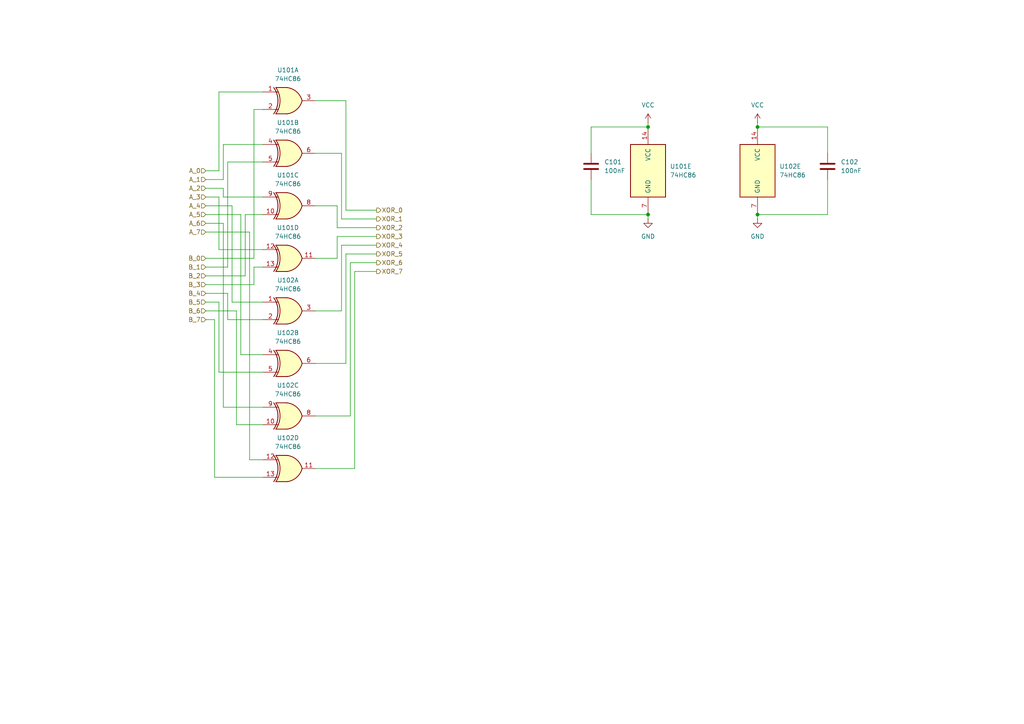
<source format=kicad_sch>
(kicad_sch (version 20250114) (generator "eeschema") (generator_version "9.0")
  (paper "A4")
  (lib_symbols
    (symbol "74xx:74HC86" (pin_names (offset 1.016))
      (property "Reference" "U" (at 0 1.27 0))
      (property "Value" "74HC86" (at 0 -1.27 0))
      (symbol "74HC86_1_0"
        (arc (start -4.4196 3.81) (mid -3.2033 0) (end -4.4196 -3.81) (stroke (width 0.254)))
        (arc (start -3.81 3.81) (mid -2.589 0) (end -3.81 -3.81) (stroke (width 0.254)))
        (polyline (pts (xy -3.81 3.81) (xy -0.635 3.81)) (stroke (width 0.254)) (fill (type background)))
        (polyline (pts (xy -3.81 -3.81) (xy -0.635 -3.81)) (stroke (width 0.254)) (fill (type background)))
        (arc (start 3.81 0) (mid 2.1855 -2.584) (end -0.6096 -3.81) (stroke (width 0.254)) (fill (type background)))
        (arc (start -0.6096 3.81) (mid 2.1928 2.5924) (end 3.81 0) (stroke (width 0.254)) (fill (type background)))
        (polyline (pts (xy -0.635 3.81) (xy -3.81 3.81) (xy -3.81 3.81) (xy -3.556 3.4036) (xy -3.0226 2.2606) (xy -2.6924 1.0414) (xy -2.6162 -0.254) (xy -2.7686 -1.4986) (xy -3.175 -2.7178) (xy -3.81 -3.81) (xy -3.81 -3.81) (xy -0.635 -3.81)) (stroke (width -25.4)) (fill (type background)))
        (pin input line (at -7.62 2.54 0) (length 4.445) (name "~") (number "1"))
        (pin input line (at -7.62 -2.54 0) (length 4.445) (name "~") (number "2"))
        (pin output line (at 7.62 0 180) (length 3.81) (name "~") (number "3"))
      )
      (symbol "74HC86_1_1"
        (polyline (pts (xy -3.81 2.54) (xy -3.175 2.54)) (stroke (width 0.1524)))
        (polyline (pts (xy -3.81 -2.54) (xy -3.175 -2.54)) (stroke (width 0.1524)))
      )
      (symbol "74HC86_2_0"
        (arc (start -4.4196 3.81) (mid -3.2033 0) (end -4.4196 -3.81) (stroke (width 0.254)))
        (arc (start -3.81 3.81) (mid -2.589 0) (end -3.81 -3.81) (stroke (width 0.254)))
        (polyline (pts (xy -3.81 3.81) (xy -0.635 3.81)) (stroke (width 0.254)) (fill (type background)))
        (polyline (pts (xy -3.81 -3.81) (xy -0.635 -3.81)) (stroke (width 0.254)) (fill (type background)))
        (arc (start 3.81 0) (mid 2.1855 -2.584) (end -0.6096 -3.81) (stroke (width 0.254)) (fill (type background)))
        (arc (start -0.6096 3.81) (mid 2.1928 2.5924) (end 3.81 0) (stroke (width 0.254)) (fill (type background)))
        (polyline (pts (xy -0.635 3.81) (xy -3.81 3.81) (xy -3.81 3.81) (xy -3.556 3.4036) (xy -3.0226 2.2606) (xy -2.6924 1.0414) (xy -2.6162 -0.254) (xy -2.7686 -1.4986) (xy -3.175 -2.7178) (xy -3.81 -3.81) (xy -3.81 -3.81) (xy -0.635 -3.81)) (stroke (width -25.4)) (fill (type background)))
        (pin input line (at -7.62 2.54 0) (length 4.445) (name "~") (number "4"))
        (pin input line (at -7.62 -2.54 0) (length 4.445) (name "~") (number "5"))
        (pin output line (at 7.62 0 180) (length 3.81) (name "~") (number "6"))
      )
      (symbol "74HC86_2_1"
        (polyline (pts (xy -3.81 2.54) (xy -3.175 2.54)) (stroke (width 0.1524)))
        (polyline (pts (xy -3.81 -2.54) (xy -3.175 -2.54)) (stroke (width 0.1524)))
      )
      (symbol "74HC86_3_0"
        (arc (start -4.4196 3.81) (mid -3.2033 0) (end -4.4196 -3.81) (stroke (width 0.254)))
        (arc (start -3.81 3.81) (mid -2.589 0) (end -3.81 -3.81) (stroke (width 0.254)))
        (polyline (pts (xy -3.81 3.81) (xy -0.635 3.81)) (stroke (width 0.254)) (fill (type background)))
        (polyline (pts (xy -3.81 -3.81) (xy -0.635 -3.81)) (stroke (width 0.254)) (fill (type background)))
        (arc (start 3.81 0) (mid 2.1855 -2.584) (end -0.6096 -3.81) (stroke (width 0.254)) (fill (type background)))
        (arc (start -0.6096 3.81) (mid 2.1928 2.5924) (end 3.81 0) (stroke (width 0.254)) (fill (type background)))
        (polyline (pts (xy -0.635 3.81) (xy -3.81 3.81) (xy -3.81 3.81) (xy -3.556 3.4036) (xy -3.0226 2.2606) (xy -2.6924 1.0414) (xy -2.6162 -0.254) (xy -2.7686 -1.4986) (xy -3.175 -2.7178) (xy -3.81 -3.81) (xy -3.81 -3.81) (xy -0.635 -3.81)) (stroke (width -25.4)) (fill (type background)))
        (pin input line (at -7.62 2.54 0) (length 4.445) (name "~") (number "9"))
        (pin input line (at -7.62 -2.54 0) (length 4.445) (name "~") (number "10"))
        (pin output line (at 7.62 0 180) (length 3.81) (name "~") (number "8"))
      )
      (symbol "74HC86_3_1"
        (polyline (pts (xy -3.81 2.54) (xy -3.175 2.54)) (stroke (width 0.1524)))
        (polyline (pts (xy -3.81 -2.54) (xy -3.175 -2.54)) (stroke (width 0.1524)))
      )
      (symbol "74HC86_4_0"
        (arc (start -4.4196 3.81) (mid -3.2033 0) (end -4.4196 -3.81) (stroke (width 0.254)))
        (arc (start -3.81 3.81) (mid -2.589 0) (end -3.81 -3.81) (stroke (width 0.254)))
        (polyline (pts (xy -3.81 3.81) (xy -0.635 3.81)) (stroke (width 0.254)) (fill (type background)))
        (polyline (pts (xy -3.81 -3.81) (xy -0.635 -3.81)) (stroke (width 0.254)) (fill (type background)))
        (arc (start 3.81 0) (mid 2.1855 -2.584) (end -0.6096 -3.81) (stroke (width 0.254)) (fill (type background)))
        (arc (start -0.6096 3.81) (mid 2.1928 2.5924) (end 3.81 0) (stroke (width 0.254)) (fill (type background)))
        (polyline (pts (xy -0.635 3.81) (xy -3.81 3.81) (xy -3.81 3.81) (xy -3.556 3.4036) (xy -3.0226 2.2606) (xy -2.6924 1.0414) (xy -2.6162 -0.254) (xy -2.7686 -1.4986) (xy -3.175 -2.7178) (xy -3.81 -3.81) (xy -3.81 -3.81) (xy -0.635 -3.81)) (stroke (width -25.4)) (fill (type background)))
        (pin input line (at -7.62 2.54 0) (length 4.445) (name "~") (number "12"))
        (pin input line (at -7.62 -2.54 0) (length 4.445) (name "~") (number "13"))
        (pin output line (at 7.62 0 180) (length 3.81) (name "~") (number "11"))
      )
      (symbol "74HC86_4_1"
        (polyline (pts (xy -3.81 2.54) (xy -3.175 2.54)) (stroke (width 0.1524)))
        (polyline (pts (xy -3.81 -2.54) (xy -3.175 -2.54)) (stroke (width 0.1524)))
      )
      (symbol "74HC86_5_0"
        (pin power_in line (at 0 12.7 270) (length 5.08) (name "VCC") (number "14"))
        (pin power_in line (at 0 -12.7 90) (length 5.08) (name "GND") (number "7"))
      )
      (symbol "74HC86_5_1"
        (rectangle (start -5.08 7.62) (end 5.08 -7.62) (stroke (width 0.254)) (fill (type background)))
      )
    )
    (symbol "Device:C" (pin_numbers (hide yes)) (pin_names (offset 0.254))
      (property "Reference" "C" (at 0.635 2.54 0))
      (property "Value" "C" (at 0.635 -2.54 0))
      (symbol "C_0_1"
        (polyline (pts (xy -2.032 0.762) (xy 2.032 0.762)) (stroke (width 0.508)))
        (polyline (pts (xy -2.032 -0.762) (xy 2.032 -0.762)) (stroke (width 0.508)))
      )
      (symbol "C_1_1"
        (pin passive line (at 0 3.81 270) (length 2.794) (name "~") (number "1"))
        (pin passive line (at 0 -3.81 90) (length 2.794) (name "~") (number "2"))
      )
    )
    (symbol "power:GND" (power) (pin_numbers (hide yes)) (pin_names (offset 0) (hide yes))
      (property "Value" "GND" (at 0 -3.81 0))
      (symbol "GND_0_1"
        (polyline (pts (xy 0 0) (xy 0 -1.27) (xy 1.27 -1.27) (xy 0 -2.54) (xy -1.27 -1.27) (xy 0 -1.27)))
      )
      (symbol "GND_1_1"
        (pin power_in line (at 0 0 270) (length 0) (name "~") (number "1"))
      )
    )
    (symbol "power:VCC" (power) (pin_numbers (hide yes)) (pin_names (offset 0) (hide yes))
      (property "Value" "VCC" (at 0 3.556 0))
      (symbol "VCC_0_1"
        (polyline (pts (xy -0.762 1.27) (xy 0 2.54)))
        (polyline (pts (xy 0 2.54) (xy 0.762 1.27)))
        (polyline (pts (xy 0 0) (xy 0 2.54)))
      )
      (symbol "VCC_1_1"
        (pin power_in line (at 0 0 90) (length 0) (name "~") (number "1"))
      )
    )
  )
  (junction (at 219.71 36.83))
  (junction (at 219.71 62.23))
  (junction (at 187.96 62.23))
  (junction (at 187.96 36.83))
  (wire (pts (xy 99.06 63.5) (xy 109.22 63.5)))
  (wire (pts (xy 59.69 57.15) (xy 63.5 57.15)))
  (wire (pts (xy 97.79 59.69) (xy 97.79 66.04)))
  (wire (pts (xy 59.69 49.53) (xy 63.5 49.53)))
  (wire (pts (xy 219.71 35.56) (xy 219.71 36.83)))
  (wire (pts (xy 59.69 85.09) (xy 66.04 85.09)))
  (wire (pts (xy 67.31 87.63) (xy 76.2 87.63)))
  (wire (pts (xy 91.44 105.41) (xy 100.33 105.41)))
  (wire (pts (xy 99.06 44.45) (xy 99.06 63.5)))
  (wire (pts (xy 59.69 90.17) (xy 68.58 90.17)))
  (wire (pts (xy 62.23 138.43) (xy 76.2 138.43)))
  (wire (pts (xy 102.87 135.89) (xy 102.87 78.74)))
  (wire (pts (xy 59.69 64.77) (xy 64.77 64.77)))
  (wire (pts (xy 100.33 29.21) (xy 100.33 60.96)))
  (wire (pts (xy 73.66 77.47) (xy 76.2 77.47)))
  (wire (pts (xy 59.69 59.69) (xy 67.31 59.69)))
  (wire (pts (xy 171.45 44.45) (xy 171.45 36.83)))
  (wire (pts (xy 68.58 90.17) (xy 68.58 123.19)))
  (wire (pts (xy 71.12 62.23) (xy 76.2 62.23)))
  (wire (pts (xy 91.44 29.21) (xy 100.33 29.21)))
  (wire (pts (xy 59.69 74.93) (xy 73.66 74.93)))
  (wire (pts (xy 72.39 133.35) (xy 76.2 133.35)))
  (wire (pts (xy 97.79 74.93) (xy 97.79 68.58)))
  (wire (pts (xy 68.58 123.19) (xy 76.2 123.19)))
  (wire (pts (xy 171.45 52.07) (xy 171.45 62.23)))
  (wire (pts (xy 72.39 67.31) (xy 72.39 133.35)))
  (wire (pts (xy 73.66 31.75) (xy 76.2 31.75)))
  (wire (pts (xy 100.33 73.66) (xy 109.22 73.66)))
  (wire (pts (xy 59.69 82.55) (xy 73.66 82.55)))
  (wire (pts (xy 64.77 118.11) (xy 76.2 118.11)))
  (wire (pts (xy 240.03 52.07) (xy 240.03 62.23)))
  (wire (pts (xy 100.33 60.96) (xy 109.22 60.96)))
  (wire (pts (xy 91.44 120.65) (xy 101.6 120.65)))
  (wire (pts (xy 66.04 85.09) (xy 66.04 92.71)))
  (wire (pts (xy 69.85 62.23) (xy 69.85 102.87)))
  (wire (pts (xy 102.87 78.74) (xy 109.22 78.74)))
  (wire (pts (xy 64.77 52.07) (xy 64.77 41.91)))
  (wire (pts (xy 97.79 68.58) (xy 109.22 68.58)))
  (wire (pts (xy 67.31 59.69) (xy 67.31 87.63)))
  (wire (pts (xy 63.5 26.67) (xy 76.2 26.67)))
  (wire (pts (xy 59.69 80.01) (xy 71.12 80.01)))
  (wire (pts (xy 66.04 77.47) (xy 66.04 46.99)))
  (wire (pts (xy 59.69 52.07) (xy 64.77 52.07)))
  (wire (pts (xy 91.44 135.89) (xy 102.87 135.89)))
  (wire (pts (xy 62.23 92.71) (xy 62.23 138.43)))
  (wire (pts (xy 71.12 80.01) (xy 71.12 62.23)))
  (wire (pts (xy 64.77 64.77) (xy 64.77 118.11)))
  (wire (pts (xy 99.06 71.12) (xy 109.22 71.12)))
  (wire (pts (xy 73.66 74.93) (xy 73.66 31.75)))
  (wire (pts (xy 240.03 36.83) (xy 219.71 36.83)))
  (wire (pts (xy 69.85 102.87) (xy 76.2 102.87)))
  (wire (pts (xy 91.44 44.45) (xy 99.06 44.45)))
  (wire (pts (xy 59.69 62.23) (xy 69.85 62.23)))
  (wire (pts (xy 59.69 77.47) (xy 66.04 77.47)))
  (wire (pts (xy 91.44 90.17) (xy 99.06 90.17)))
  (wire (pts (xy 63.5 87.63) (xy 63.5 107.95)))
  (wire (pts (xy 187.96 35.56) (xy 187.96 36.83)))
  (wire (pts (xy 64.77 41.91) (xy 76.2 41.91)))
  (wire (pts (xy 97.79 66.04) (xy 109.22 66.04)))
  (wire (pts (xy 63.5 49.53) (xy 63.5 26.67)))
  (wire (pts (xy 171.45 36.83) (xy 187.96 36.83)))
  (wire (pts (xy 59.69 67.31) (xy 72.39 67.31)))
  (wire (pts (xy 63.5 57.15) (xy 63.5 72.39)))
  (wire (pts (xy 99.06 90.17) (xy 99.06 71.12)))
  (wire (pts (xy 59.69 92.71) (xy 62.23 92.71)))
  (wire (pts (xy 63.5 107.95) (xy 76.2 107.95)))
  (wire (pts (xy 64.77 54.61) (xy 64.77 57.15)))
  (wire (pts (xy 187.96 63.5) (xy 187.96 62.23)))
  (wire (pts (xy 219.71 63.5) (xy 219.71 62.23)))
  (wire (pts (xy 101.6 120.65) (xy 101.6 76.2)))
  (wire (pts (xy 64.77 57.15) (xy 76.2 57.15)))
  (wire (pts (xy 240.03 62.23) (xy 219.71 62.23)))
  (wire (pts (xy 91.44 74.93) (xy 97.79 74.93)))
  (wire (pts (xy 101.6 76.2) (xy 109.22 76.2)))
  (wire (pts (xy 66.04 92.71) (xy 76.2 92.71)))
  (wire (pts (xy 73.66 82.55) (xy 73.66 77.47)))
  (wire (pts (xy 100.33 105.41) (xy 100.33 73.66)))
  (wire (pts (xy 240.03 44.45) (xy 240.03 36.83)))
  (wire (pts (xy 171.45 62.23) (xy 187.96 62.23)))
  (wire (pts (xy 59.69 87.63) (xy 63.5 87.63)))
  (wire (pts (xy 66.04 46.99) (xy 76.2 46.99)))
  (wire (pts (xy 91.44 59.69) (xy 97.79 59.69)))
  (wire (pts (xy 63.5 72.39) (xy 76.2 72.39)))
  (wire (pts (xy 59.69 54.61) (xy 64.77 54.61)))
  (hierarchical_label "B_7" (shape input) (at 59.69 92.71 180))
  (hierarchical_label "B_5" (shape input) (at 59.69 87.63 180))
  (hierarchical_label "XOR_0" (shape output) (at 109.22 60.96 0))
  (hierarchical_label "B_1" (shape input) (at 59.69 77.47 180))
  (hierarchical_label "A_5" (shape input) (at 59.69 62.23 180))
  (hierarchical_label "XOR_6" (shape output) (at 109.22 76.2 0))
  (hierarchical_label "A_7" (shape input) (at 59.69 67.31 180))
  (hierarchical_label "B_6" (shape input) (at 59.69 90.17 180))
  (hierarchical_label "A_1" (shape input) (at 59.69 52.07 180))
  (hierarchical_label "B_2" (shape input) (at 59.69 80.01 180))
  (hierarchical_label "A_0" (shape input) (at 59.69 49.53 180))
  (hierarchical_label "XOR_3" (shape output) (at 109.22 68.58 0))
  (hierarchical_label "XOR_1" (shape output) (at 109.22 63.5 0))
  (hierarchical_label "XOR_2" (shape output) (at 109.22 66.04 0))
  (hierarchical_label "A_4" (shape input) (at 59.69 59.69 180))
  (hierarchical_label "XOR_5" (shape output) (at 109.22 73.66 0))
  (hierarchical_label "B_4" (shape input) (at 59.69 85.09 180))
  (hierarchical_label "A_2" (shape input) (at 59.69 54.61 180))
  (hierarchical_label "XOR_7" (shape output) (at 109.22 78.74 0))
  (hierarchical_label "A_6" (shape input) (at 59.69 64.77 180))
  (hierarchical_label "B_3" (shape input) (at 59.69 82.55 180))
  (hierarchical_label "XOR_4" (shape output) (at 109.22 71.12 0))
  (hierarchical_label "B_0" (shape input) (at 59.69 74.93 180))
  (hierarchical_label "A_3" (shape input) (at 59.69 57.15 180))
  (symbol (lib_id "74xx:74HC86") (at 187.96 49.53 0) (unit 5)
    (property "Reference" "U101" (at 194.31 48.2599 0) (effects (justify left)))
    (property "Value" "74HC86" (at 194.31 50.7999 0) (effects (justify left)))
    (property "Footprint" "Package_DIP:DIP-14_W7.62mm" (effects (hide yes)))
    (property "Datasheet" "http://www.ti.com/lit/gpn/sn74HC86" (effects (hide yes)))
    (property "Description" "Quad 2-input XOR" (effects (hide yes)))
  )
  (symbol (lib_id "74xx:74HC86") (at 219.71 49.53 0) (unit 5)
    (property "Reference" "U102" (at 226.06 48.2599 0) (effects (justify left)))
    (property "Value" "74HC86" (at 226.06 50.7999 0) (effects (justify left)))
    (property "Footprint" "Package_DIP:DIP-14_W7.62mm" (effects (hide yes)))
    (property "Datasheet" "http://www.ti.com/lit/gpn/sn74HC86" (effects (hide yes)))
    (property "Description" "Quad 2-input XOR" (effects (hide yes)))
  )
  (symbol (lib_id "74xx:74HC86") (at 83.82 135.89 0) (unit 4)
    (property "Reference" "U102" (at 83.5152 127 0))
    (property "Value" "74HC86" (at 83.5152 129.54 0))
    (property "Footprint" "Package_DIP:DIP-14_W7.62mm" (effects (hide yes)))
    (property "Datasheet" "http://www.ti.com/lit/gpn/sn74HC86" (effects (hide yes)))
    (property "Description" "Quad 2-input XOR" (effects (hide yes)))
  )
  (symbol (lib_id "Device:C") (at 240.03 48.26 0) (unit 1)
    (property "Reference" "C102" (at 243.84 46.9899 0) (effects (justify left)))
    (property "Value" "100nF" (at 243.84 49.5299 0) (effects (justify left)))
    (property "Footprint" "Capacitor_THT:C_Disc_D5.0mm_W2.5mm_P5.00mm" (effects (hide yes)))
    (property "Description" "Unpolarized capacitor" (effects (hide yes)))
  )
  (symbol (lib_id "74xx:74HC86") (at 83.82 105.41 0) (unit 2)
    (property "Reference" "U102" (at 83.5152 96.52 0))
    (property "Value" "74HC86" (at 83.5152 99.06 0))
    (property "Footprint" "Package_DIP:DIP-14_W7.62mm" (effects (hide yes)))
    (property "Datasheet" "http://www.ti.com/lit/gpn/sn74HC86" (effects (hide yes)))
    (property "Description" "Quad 2-input XOR" (effects (hide yes)))
  )
  (symbol (lib_id "power:VCC") (at 187.96 35.56 0) (unit 1)
    (property "Reference" "#PWR0102" (effects (hide yes)))
    (property "Value" "VCC" (at 187.96 30.48 0))
    (property "Description" "Power symbol creates a global label with name \"VCC\"" (effects (hide yes)))
  )
  (symbol (lib_id "power:VCC") (at 219.71 35.56 0) (unit 1)
    (property "Reference" "#PWR0101" (effects (hide yes)))
    (property "Value" "VCC" (at 219.71 30.48 0))
    (property "Description" "Power symbol creates a global label with name \"VCC\"" (effects (hide yes)))
  )
  (symbol (lib_id "74xx:74HC86") (at 83.82 44.45 0) (unit 2)
    (property "Reference" "U101" (at 83.5152 35.56 0))
    (property "Value" "74HC86" (at 83.5152 38.1 0))
    (property "Footprint" "Package_DIP:DIP-14_W7.62mm" (effects (hide yes)))
    (property "Datasheet" "http://www.ti.com/lit/gpn/sn74HC86" (effects (hide yes)))
    (property "Description" "Quad 2-input XOR" (effects (hide yes)))
  )
  (symbol (lib_id "74xx:74HC86") (at 83.82 59.69 0) (unit 3)
    (property "Reference" "U101" (at 83.5152 50.8 0))
    (property "Value" "74HC86" (at 83.5152 53.34 0))
    (property "Footprint" "Package_DIP:DIP-14_W7.62mm" (effects (hide yes)))
    (property "Datasheet" "http://www.ti.com/lit/gpn/sn74HC86" (effects (hide yes)))
    (property "Description" "Quad 2-input XOR" (effects (hide yes)))
  )
  (symbol (lib_id "74xx:74HC86") (at 83.82 29.21 0) (unit 1)
    (property "Reference" "U101" (at 83.5152 20.32 0))
    (property "Value" "74HC86" (at 83.5152 22.86 0))
    (property "Footprint" "Package_DIP:DIP-14_W7.62mm" (effects (hide yes)))
    (property "Datasheet" "http://www.ti.com/lit/gpn/sn74HC86" (effects (hide yes)))
    (property "Description" "Quad 2-input XOR" (effects (hide yes)))
  )
  (symbol (lib_id "74xx:74HC86") (at 83.82 90.17 0) (unit 1)
    (property "Reference" "U102" (at 83.5152 81.28 0))
    (property "Value" "74HC86" (at 83.5152 83.82 0))
    (property "Footprint" "Package_DIP:DIP-14_W7.62mm" (effects (hide yes)))
    (property "Datasheet" "http://www.ti.com/lit/gpn/sn74HC86" (effects (hide yes)))
    (property "Description" "Quad 2-input XOR" (effects (hide yes)))
  )
  (symbol (lib_id "74xx:74HC86") (at 83.82 74.93 0) (unit 4)
    (property "Reference" "U101" (at 83.5152 66.04 0))
    (property "Value" "74HC86" (at 83.5152 68.58 0))
    (property "Footprint" "Package_DIP:DIP-14_W7.62mm" (effects (hide yes)))
    (property "Datasheet" "http://www.ti.com/lit/gpn/sn74HC86" (effects (hide yes)))
    (property "Description" "Quad 2-input XOR" (effects (hide yes)))
  )
  (symbol (lib_id "power:GND") (at 187.96 63.5 0) (unit 1)
    (property "Reference" "#PWR0103" (effects (hide yes)))
    (property "Value" "GND" (at 187.96 68.58 0))
    (property "Description" "Power symbol creates a global label with name \"GND\" , ground" (effects (hide yes)))
  )
  (symbol (lib_id "74xx:74HC86") (at 83.82 120.65 0) (unit 3)
    (property "Reference" "U102" (at 83.5152 111.76 0))
    (property "Value" "74HC86" (at 83.5152 114.3 0))
    (property "Footprint" "Package_DIP:DIP-14_W7.62mm" (effects (hide yes)))
    (property "Datasheet" "http://www.ti.com/lit/gpn/sn74HC86" (effects (hide yes)))
    (property "Description" "Quad 2-input XOR" (effects (hide yes)))
  )
  (symbol (lib_id "power:GND") (at 219.71 63.5 0) (unit 1)
    (property "Reference" "#PWR0104" (effects (hide yes)))
    (property "Value" "GND" (at 219.71 68.58 0))
    (property "Description" "Power symbol creates a global label with name \"GND\" , ground" (effects (hide yes)))
  )
  (symbol (lib_id "Device:C") (at 171.45 48.26 0) (unit 1)
    (property "Reference" "C101" (at 175.26 46.9899 0) (effects (justify left)))
    (property "Value" "100nF" (at 175.26 49.5299 0) (effects (justify left)))
    (property "Footprint" "Capacitor_THT:C_Disc_D5.0mm_W2.5mm_P5.00mm" (effects (hide yes)))
    (property "Description" "Unpolarized capacitor" (effects (hide yes)))
  )
)
</source>
